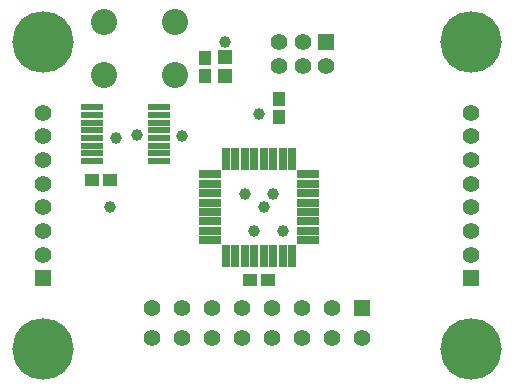
<source format=gts>
%FSAX43Y43*%
%MOMM*%
G71*
G01*
G75*
G04 Layer_Color=8388736*
%ADD10R,0.550X1.750*%
%ADD11R,1.750X0.550*%
%ADD12R,0.900X0.950*%
%ADD13R,1.000X0.950*%
%ADD14R,1.700X0.350*%
%ADD15R,0.950X0.900*%
%ADD16C,0.600*%
%ADD17C,0.300*%
%ADD18C,0.400*%
%ADD19C,0.200*%
%ADD20C,5.000*%
%ADD21C,2.000*%
%ADD22C,1.200*%
%ADD23R,1.200X1.200*%
%ADD24R,1.200X1.200*%
%ADD25C,1.200*%
%ADD26R,1.200X1.200*%
%ADD27C,0.800*%
%ADD28C,1.000*%
%ADD29C,0.500*%
%ADD30C,0.254*%
%ADD31C,0.250*%
%ADD32R,0.753X1.953*%
%ADD33R,1.953X0.753*%
%ADD34R,1.103X1.153*%
%ADD35R,1.203X1.153*%
%ADD36R,1.903X0.553*%
%ADD37R,1.153X1.103*%
%ADD38C,5.203*%
%ADD39C,2.203*%
%ADD40C,1.403*%
%ADD41R,1.403X1.403*%
%ADD42R,1.403X1.403*%
%ADD43C,1.403*%
%ADD44R,1.403X1.403*%
%ADD45C,1.003*%
D32*
X0019500Y0011875D02*
D03*
X0020300Y0011875D02*
D03*
X0021100Y0011875D02*
D03*
X0021900Y0011875D02*
D03*
X0022700Y0011875D02*
D03*
X0023500Y0011875D02*
D03*
X0024300Y0011875D02*
D03*
X0025100Y0011875D02*
D03*
X0025100Y0020125D02*
D03*
X0024300Y0020125D02*
D03*
X0023500Y0020125D02*
D03*
X0022700Y0020125D02*
D03*
X0021900Y0020125D02*
D03*
X0021100Y0020125D02*
D03*
X0020300Y0020125D02*
D03*
X0019500Y0020125D02*
D03*
D33*
X0026425Y0013200D02*
D03*
X0026425Y0014000D02*
D03*
X0026425Y0014800D02*
D03*
X0026425Y0015600D02*
D03*
X0026425Y0016400D02*
D03*
X0026425Y0017200D02*
D03*
X0026425Y0018000D02*
D03*
X0026425Y0018800D02*
D03*
X0018175Y0018800D02*
D03*
X0018175Y0018000D02*
D03*
X0018175Y0017200D02*
D03*
X0018175Y0016400D02*
D03*
X0018175Y0015600D02*
D03*
X0018175Y0014800D02*
D03*
X0018175Y0014000D02*
D03*
X0018175Y0013200D02*
D03*
D34*
X0017700Y0027125D02*
D03*
X0017700Y0028675D02*
D03*
X0024000Y0023625D02*
D03*
X0024000Y0025175D02*
D03*
D35*
X0019400Y0028725D02*
D03*
X0019400Y0027075D02*
D03*
D36*
X0008150Y0024475D02*
D03*
X0008150Y0023825D02*
D03*
X0008150Y0023175D02*
D03*
X0008150Y0022525D02*
D03*
X0008150Y0021875D02*
D03*
X0008150Y0021225D02*
D03*
X0008150Y0020575D02*
D03*
X0008150Y0019925D02*
D03*
X0013850Y0024475D02*
D03*
X0013850Y0023825D02*
D03*
X0013850Y0023175D02*
D03*
X0013850Y0022525D02*
D03*
X0013850Y0021875D02*
D03*
X0013850Y0021225D02*
D03*
X0013850Y0020575D02*
D03*
X0013850Y0019925D02*
D03*
D37*
X0008125Y0018300D02*
D03*
X0009675Y0018300D02*
D03*
X0021525Y0009800D02*
D03*
X0023075Y0009800D02*
D03*
D38*
X0040200Y0004000D02*
D03*
X0004000Y0004000D02*
D03*
X0040200Y0030000D02*
D03*
X0004000Y0030000D02*
D03*
D39*
X0009164Y0027215D02*
D03*
X0009164Y0031715D02*
D03*
X0015164Y0027215D02*
D03*
X0015164Y0031715D02*
D03*
D40*
X0004000Y0024000D02*
D03*
X0004000Y0022000D02*
D03*
X0004000Y0020000D02*
D03*
X0004000Y0018000D02*
D03*
X0004000Y0016000D02*
D03*
X0004000Y0014000D02*
D03*
X0004000Y0012000D02*
D03*
X0028000Y0028000D02*
D03*
X0026000Y0030000D02*
D03*
X0026000Y0028000D02*
D03*
X0024000Y0030000D02*
D03*
X0024000Y0028000D02*
D03*
X0040200Y0024000D02*
D03*
X0040200Y0022000D02*
D03*
X0040200Y0020000D02*
D03*
X0040200Y0018000D02*
D03*
X0040200Y0016000D02*
D03*
X0040200Y0014000D02*
D03*
X0040200Y0012000D02*
D03*
D41*
X0004000Y0010000D02*
D03*
X0040200Y0010000D02*
D03*
D42*
X0028000Y0030000D02*
D03*
D43*
X0013220Y0004960D02*
D03*
X0015760Y0004960D02*
D03*
X0018300Y0004960D02*
D03*
X0013220Y0007500D02*
D03*
X0015760Y0007500D02*
D03*
X0018300Y0007500D02*
D03*
X0028460Y0007500D02*
D03*
X0025920Y0007500D02*
D03*
X0023380Y0007500D02*
D03*
X0020840Y0007500D02*
D03*
X0031000Y0004960D02*
D03*
X0028460Y0004960D02*
D03*
X0025920Y0004960D02*
D03*
X0023380Y0004960D02*
D03*
X0020840Y0004960D02*
D03*
D44*
X0031000Y0007500D02*
D03*
D45*
X0019400Y0030000D02*
D03*
X0009675Y0016025D02*
D03*
X0015800Y0022000D02*
D03*
X0012000Y0022100D02*
D03*
X0023500Y0017100D02*
D03*
X0021100Y0017100D02*
D03*
X0010200Y0021900D02*
D03*
X0022300Y0023900D02*
D03*
X0024300Y0014000D02*
D03*
X0022700Y0016000D02*
D03*
X0021900Y0014000D02*
D03*
M02*

</source>
